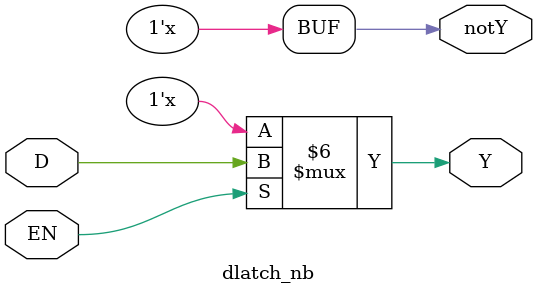
<source format=sv>
module dlatch_nb (output logic Y, notY, input logic D, EN);

always @(D,EN)
begin
	if (EN == 1) begin
		Y    <= D;	
		notY <= ~Y;
	end 
end

endmodule 

</source>
